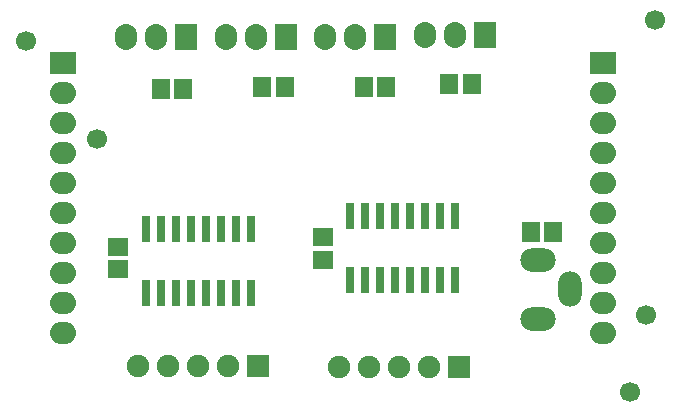
<source format=gbr>
G04 DipTrace 3.3.0.1*
G04 TopMask.gbr*
%MOIN*%
G04 #@! TF.FileFunction,Soldermask,Top*
G04 #@! TF.Part,Single*
%ADD24C,0.066929*%
%ADD33O,0.074803X0.086614*%
%ADD35R,0.074803X0.086614*%
%ADD37C,0.074803*%
%ADD38R,0.074803X0.074803*%
%ADD40O,0.07874X0.11811*%
%ADD42O,0.11811X0.07874*%
%ADD44O,0.086614X0.074803*%
%ADD46R,0.086614X0.074803*%
%ADD48R,0.031496X0.086614*%
%ADD51R,0.066929X0.059055*%
%ADD53R,0.059055X0.066929*%
%FSLAX26Y26*%
G04*
G70*
G90*
G75*
G01*
G04 TopMask*
%LPD*%
D53*
X2177165Y984252D3*
X2251969D3*
X1622047Y1464567D3*
X1696850D3*
X1905512Y1476378D3*
X1980315D3*
X1283465Y1464567D3*
X1358268D3*
X944882Y1460630D3*
X1019685D3*
D51*
X1484252Y889764D3*
Y964567D3*
X803150Y858268D3*
Y933071D3*
D24*
X2507874Y448819D3*
D48*
X1925197Y1035433D3*
X1875197D3*
X1825197D3*
X1775197D3*
X1725197D3*
X1675197D3*
X1625197D3*
X1575197D3*
Y822835D3*
X1625197D3*
X1675197D3*
X1725197D3*
X1775197D3*
X1825197D3*
X1875197D3*
X1925197D3*
X1243701Y992126D3*
X1193701D3*
X1143701D3*
X1093701D3*
X1043701D3*
X993701D3*
X943701D3*
X893701D3*
Y779528D3*
X943701D3*
X993701D3*
X1043701D3*
X1093701D3*
X1143701D3*
X1193701D3*
X1243701D3*
D46*
X618110Y1544488D3*
D44*
Y1444488D3*
Y1344488D3*
Y1244488D3*
Y1144488D3*
Y1044488D3*
Y944488D3*
Y844488D3*
Y744488D3*
Y644488D3*
D46*
X2417323Y1544488D3*
D44*
Y1444488D3*
Y1344488D3*
Y1244488D3*
Y1144488D3*
Y1044488D3*
Y944488D3*
Y844488D3*
Y744488D3*
Y644488D3*
D42*
X2200787Y889763D3*
Y692913D3*
D40*
X2307087Y791338D3*
D38*
X1937008Y531496D3*
D37*
X1837008D3*
X1737008D3*
X1637008D3*
X1537008D3*
D38*
X1270079Y535433D3*
D37*
X1170079D3*
X1070079D3*
X970079D3*
X870079D3*
D35*
X1692913Y1633858D3*
D33*
X1592913D3*
X1492913D3*
D35*
X2023622Y1637795D3*
D33*
X1923622D3*
X1823622D3*
D35*
X1362205Y1633858D3*
D33*
X1262205D3*
X1162205D3*
D35*
X1027559D3*
D33*
X927559D3*
X827559D3*
D24*
X2562992Y704724D3*
X2590551Y1688976D3*
X732283Y1291339D3*
X496063Y1618110D3*
M02*

</source>
